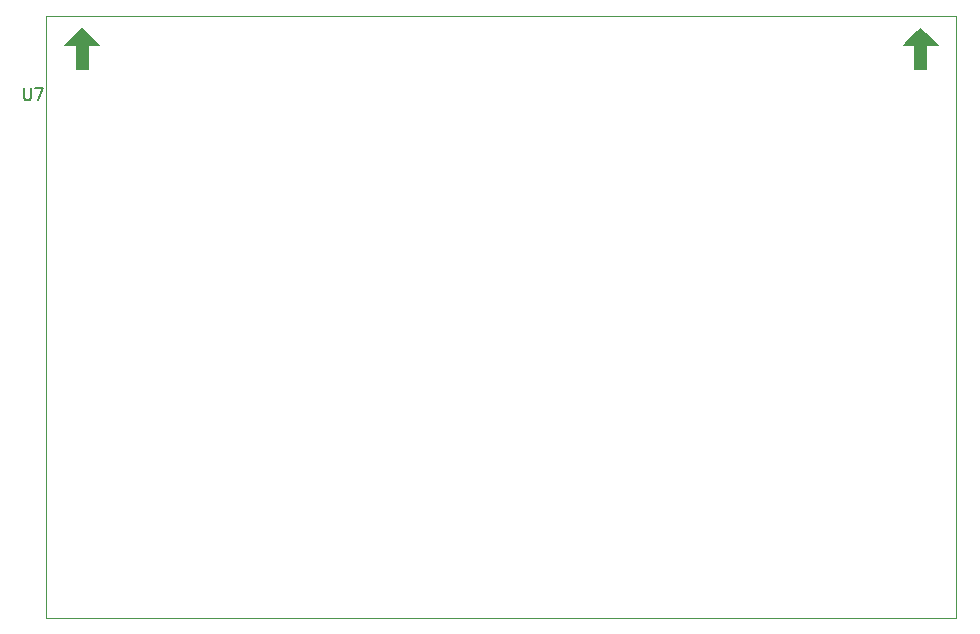
<source format=gbr>
%TF.GenerationSoftware,KiCad,Pcbnew,(6.0.1)*%
%TF.CreationDate,2022-01-27T11:52:20-05:00*%
%TF.ProjectId,SteeringHardware,53746565-7269-46e6-9748-617264776172,rev?*%
%TF.SameCoordinates,Original*%
%TF.FileFunction,Legend,Top*%
%TF.FilePolarity,Positive*%
%FSLAX46Y46*%
G04 Gerber Fmt 4.6, Leading zero omitted, Abs format (unit mm)*
G04 Created by KiCad (PCBNEW (6.0.1)) date 2022-01-27 11:52:20*
%MOMM*%
%LPD*%
G01*
G04 APERTURE LIST*
%ADD10C,0.150000*%
%ADD11C,0.120000*%
%ADD12C,0.100000*%
G04 APERTURE END LIST*
D10*
%TO.C,U7*%
X128438095Y-71052380D02*
X128438095Y-71861904D01*
X128485714Y-71957142D01*
X128533333Y-72004761D01*
X128628571Y-72052380D01*
X128819047Y-72052380D01*
X128914285Y-72004761D01*
X128961904Y-71957142D01*
X129009523Y-71861904D01*
X129009523Y-71052380D01*
X129390476Y-71052380D02*
X130057142Y-71052380D01*
X129628571Y-72052380D01*
D11*
X133300000Y-65900000D02*
X132300000Y-66900000D01*
X130300000Y-64900000D02*
X207300060Y-64900000D01*
X203800000Y-67400000D02*
X203800000Y-69400000D01*
X133800000Y-67400000D02*
X134800000Y-67400000D01*
X204800000Y-69400000D02*
X204800000Y-67400000D01*
X204300000Y-65900000D02*
X203300000Y-66900000D01*
X134800000Y-67400000D02*
X133300000Y-65900000D01*
X202800000Y-67400000D02*
X203800000Y-67400000D01*
X205800000Y-67400000D02*
X204300000Y-65900000D01*
X203300000Y-66900000D02*
X202800000Y-67400000D01*
X132300000Y-66900000D02*
X131800000Y-67400000D01*
X131800000Y-67400000D02*
X132800000Y-67400000D01*
X132800000Y-69400000D02*
X133800000Y-69400000D01*
X132800000Y-67400000D02*
X132800000Y-69400000D01*
X207300000Y-115900000D02*
X130300000Y-115900000D01*
X133800000Y-69400000D02*
X133800000Y-67400000D01*
X130300000Y-115900000D02*
X130300000Y-64900000D01*
X203800000Y-69400000D02*
X204800000Y-69400000D01*
X207300060Y-64900000D02*
X207300000Y-115900000D01*
X204800000Y-67400000D02*
X205800000Y-67400000D01*
D12*
X204300000Y-65900000D02*
X202800000Y-67400000D01*
X202800000Y-67400000D02*
X203800000Y-67400000D01*
X203800000Y-67400000D02*
X203800000Y-69400000D01*
X203800000Y-69400000D02*
X204800000Y-69400000D01*
X204800000Y-69400000D02*
X204800000Y-67400000D01*
X204800000Y-67400000D02*
X205800000Y-67400000D01*
X205800000Y-67400000D02*
X204300000Y-65900000D01*
G36*
X205800000Y-67400000D02*
G01*
X204800000Y-67400000D01*
X204800000Y-69400000D01*
X203800000Y-69400000D01*
X203800000Y-67400000D01*
X202800000Y-67400000D01*
X204300000Y-65900000D01*
X205800000Y-67400000D01*
G37*
X205800000Y-67400000D02*
X204800000Y-67400000D01*
X204800000Y-69400000D01*
X203800000Y-69400000D01*
X203800000Y-67400000D01*
X202800000Y-67400000D01*
X204300000Y-65900000D01*
X205800000Y-67400000D01*
X133300000Y-65900000D02*
X131800000Y-67400000D01*
X131800000Y-67400000D02*
X132800000Y-67400000D01*
X132800000Y-67400000D02*
X132800000Y-69400000D01*
X132800000Y-69400000D02*
X133800000Y-69400000D01*
X133800000Y-69400000D02*
X133800000Y-67400000D01*
X133800000Y-67400000D02*
X134800000Y-67400000D01*
X134800000Y-67400000D02*
X133300000Y-65900000D01*
G36*
X134800000Y-67400000D02*
G01*
X133800000Y-67400000D01*
X133800000Y-69400000D01*
X132800000Y-69400000D01*
X132800000Y-67400000D01*
X131800000Y-67400000D01*
X133300000Y-65900000D01*
X134800000Y-67400000D01*
G37*
X134800000Y-67400000D02*
X133800000Y-67400000D01*
X133800000Y-69400000D01*
X132800000Y-69400000D01*
X132800000Y-67400000D01*
X131800000Y-67400000D01*
X133300000Y-65900000D01*
X134800000Y-67400000D01*
%TD*%
M02*

</source>
